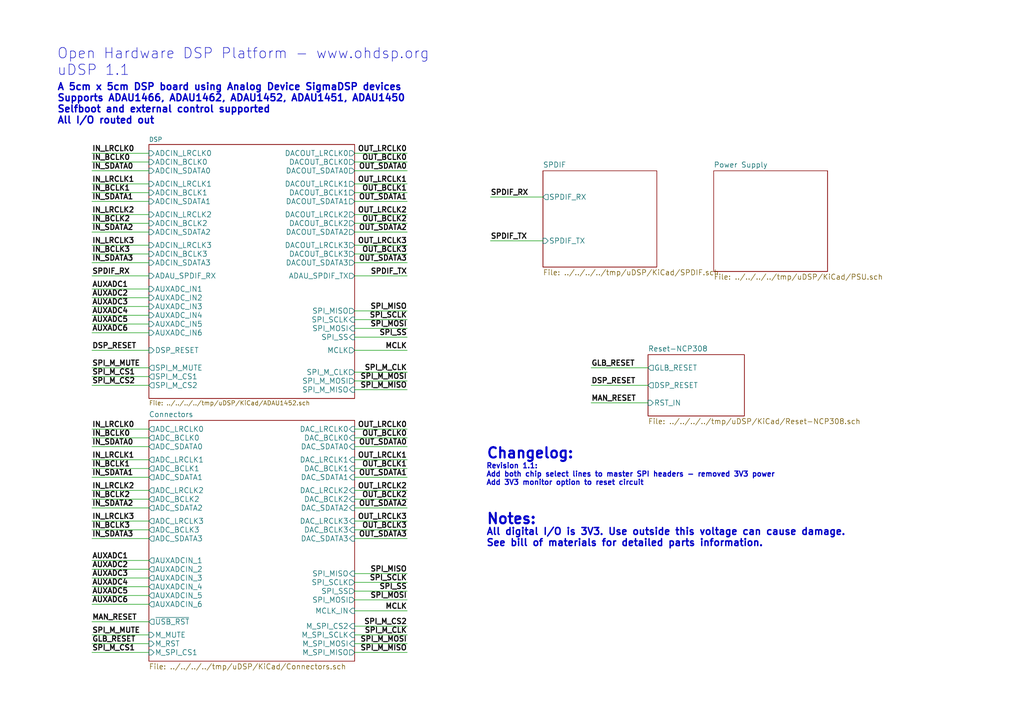
<source format=kicad_sch>
(kicad_sch (version 20230121) (generator eeschema)
  (paper "A4")
  (title_block (title "uDSP") (date "2019-04-02") (rev "1.1") (company "Open Hardware DSP Platform - www.ohdsp.org") (comment 1 "MERCHANTABILITY, SATISFACTORY QUALITY AND FITNESS FOR A PARTICULAR PURPOSE.") (comment 2 "is distributed WITHOUT ANY EXPRESS OR IMPLIED WARRANTY, INCLUDING OF") (comment 3 "Licensed under the TAPR Open Hardware License (www.tapr.org/OHL). This documentation") (comment 4 "Copyright Paul Janicki 2019"))
  (lib_symbols)
  (wire (pts (xy 102.87 142.24) (xy 118.11 142.24)))
  (wire (pts (xy 43.18 86.36) (xy 26.67 86.36)))
  (wire (pts (xy 118.11 135.89) (xy 102.87 135.89)))
  (wire (pts (xy 26.67 172.72) (xy 43.18 172.72)))
  (wire (pts (xy 118.11 46.99) (xy 102.87 46.99)))
  (wire (pts (xy 118.11 101.6) (xy 102.87 101.6)))
  (wire (pts (xy 26.67 76.2) (xy 43.18 76.2)))
  (wire (pts (xy 102.87 44.45) (xy 118.11 44.45)))
  (wire (pts (xy 118.11 184.15) (xy 102.87 184.15)))
  (wire (pts (xy 26.67 124.46) (xy 43.18 124.46)))
  (wire (pts (xy 43.18 111.76) (xy 26.67 111.76)))
  (wire (pts (xy 26.67 44.45) (xy 43.18 44.45)))
  (wire (pts (xy 118.11 73.66) (xy 102.87 73.66)))
  (wire (pts (xy 102.87 173.99) (xy 118.11 173.99)))
  (wire (pts (xy 43.18 96.52) (xy 26.67 96.52)))
  (wire (pts (xy 102.87 156.21) (xy 118.11 156.21)))
  (wire (pts (xy 102.87 53.34) (xy 118.11 53.34)))
  (wire (pts (xy 43.18 133.35) (xy 26.67 133.35)))
  (wire (pts (xy 102.87 186.69) (xy 118.11 186.69)))
  (wire (pts (xy 118.11 153.67) (xy 102.87 153.67)))
  (wire (pts (xy 26.67 49.53) (xy 43.18 49.53)))
  (wire (pts (xy 43.18 142.24) (xy 26.67 142.24)))
  (wire (pts (xy 43.18 189.23) (xy 26.67 189.23)))
  (wire (pts (xy 118.11 181.61) (xy 102.87 181.61)))
  (wire (pts (xy 43.18 53.34) (xy 26.67 53.34)))
  (wire (pts (xy 118.11 90.17) (xy 102.87 90.17)))
  (wire (pts (xy 118.11 166.37) (xy 102.87 166.37)))
  (wire (pts (xy 43.18 106.68) (xy 26.67 106.68)))
  (wire (pts (xy 26.67 83.82) (xy 43.18 83.82)))
  (wire (pts (xy 118.11 171.45) (xy 102.87 171.45)))
  (wire (pts (xy 102.87 168.91) (xy 118.11 168.91)))
  (wire (pts (xy 171.45 116.84) (xy 187.96 116.84)))
  (wire (pts (xy 43.18 101.6) (xy 26.67 101.6)))
  (wire (pts (xy 102.87 49.53) (xy 118.11 49.53)))
  (wire (pts (xy 43.18 46.99) (xy 26.67 46.99)))
  (wire (pts (xy 43.18 175.26) (xy 26.67 175.26)))
  (wire (pts (xy 157.48 57.15) (xy 142.24 57.15)))
  (wire (pts (xy 118.11 107.95) (xy 102.87 107.95)))
  (wire (pts (xy 43.18 170.18) (xy 26.67 170.18)))
  (wire (pts (xy 43.18 73.66) (xy 26.67 73.66)))
  (wire (pts (xy 102.87 76.2) (xy 118.11 76.2)))
  (wire (pts (xy 26.67 80.01) (xy 43.18 80.01)))
  (wire (pts (xy 118.11 127) (xy 102.87 127)))
  (wire (pts (xy 102.87 133.35) (xy 118.11 133.35)))
  (wire (pts (xy 43.18 58.42) (xy 26.67 58.42)))
  (wire (pts (xy 43.18 91.44) (xy 26.67 91.44)))
  (wire (pts (xy 171.45 106.68) (xy 187.96 106.68)))
  (wire (pts (xy 102.87 138.43) (xy 118.11 138.43)))
  (wire (pts (xy 102.87 147.32) (xy 118.11 147.32)))
  (wire (pts (xy 102.87 80.01) (xy 118.11 80.01)))
  (wire (pts (xy 102.87 124.46) (xy 118.11 124.46)))
  (wire (pts (xy 102.87 177.165) (xy 118.11 177.165)))
  (wire (pts (xy 43.18 147.32) (xy 26.67 147.32)))
  (wire (pts (xy 43.18 184.15) (xy 26.67 184.15)))
  (wire (pts (xy 43.18 138.43) (xy 26.67 138.43)))
  (wire (pts (xy 102.87 97.79) (xy 118.11 97.79)))
  (wire (pts (xy 26.67 55.88) (xy 43.18 55.88)))
  (wire (pts (xy 26.67 167.64) (xy 43.18 167.64)))
  (wire (pts (xy 118.11 55.88) (xy 102.87 55.88)))
  (wire (pts (xy 187.96 111.76) (xy 171.45 111.76)))
  (wire (pts (xy 102.87 151.13) (xy 118.11 151.13)))
  (wire (pts (xy 102.87 110.49) (xy 118.11 110.49)))
  (wire (pts (xy 102.87 92.71) (xy 118.11 92.71)))
  (wire (pts (xy 102.87 129.54) (xy 118.11 129.54)))
  (wire (pts (xy 118.11 144.78) (xy 102.87 144.78)))
  (wire (pts (xy 26.67 93.98) (xy 43.18 93.98)))
  (wire (pts (xy 43.18 165.1) (xy 26.67 165.1)))
  (wire (pts (xy 43.18 127) (xy 26.67 127)))
  (wire (pts (xy 118.11 189.23) (xy 102.87 189.23)))
  (wire (pts (xy 102.87 58.42) (xy 118.11 58.42)))
  (wire (pts (xy 118.11 64.77) (xy 102.87 64.77)))
  (wire (pts (xy 26.67 129.54) (xy 43.18 129.54)))
  (wire (pts (xy 26.67 151.13) (xy 43.18 151.13)))
  (wire (pts (xy 43.18 153.67) (xy 26.67 153.67)))
  (wire (pts (xy 43.18 67.31) (xy 26.67 67.31)))
  (wire (pts (xy 26.67 88.9) (xy 43.18 88.9)))
  (wire (pts (xy 43.18 62.23) (xy 26.67 62.23)))
  (wire (pts (xy 26.67 162.56) (xy 43.18 162.56)))
  (wire (pts (xy 26.67 186.69) (xy 43.18 186.69)))
  (wire (pts (xy 26.67 64.77) (xy 43.18 64.77)))
  (wire (pts (xy 26.67 144.78) (xy 43.18 144.78)))
  (wire (pts (xy 102.87 62.23) (xy 118.11 62.23)))
  (wire (pts (xy 26.67 180.34) (xy 43.18 180.34)))
  (wire (pts (xy 118.11 95.25) (xy 102.87 95.25)))
  (wire (pts (xy 26.67 135.89) (xy 43.18 135.89)))
  (wire (pts (xy 26.67 71.12) (xy 43.18 71.12)))
  (wire (pts (xy 102.87 71.12) (xy 118.11 71.12)))
  (wire (pts (xy 118.11 113.03) (xy 102.87 113.03)))
  (wire (pts (xy 43.18 109.22) (xy 26.67 109.22)))
  (wire (pts (xy 26.67 156.21) (xy 43.18 156.21)))
  (wire (pts (xy 142.24 69.85) (xy 157.48 69.85)))
  (wire (pts (xy 102.87 67.31) (xy 118.11 67.31)))
  (text "Revision 1.1:\nAdd both chip select lines to master SPI headers - removed 3V3 power\nAdd 3V3 monitor option to reset circuit" (at 140.97 140.97 0) (effects (font (size 1.4986 1.4986) (thickness 0.2997) bold) (justify left bottom)))
  (text "Notes:" (at 140.97 152.4 0) (effects (font (size 2.9972 2.9972) (thickness 0.5994) bold) (justify left bottom)))
  (text "Changelog:" (at 140.97 133.35 0) (effects (font (size 2.9972 2.9972) (thickness 0.5994) bold) (justify left bottom)))
  (text "Open Hardware DSP Platform - www.ohdsp.org\nuDSP 1.1" (at 16.51 22.225 0) (effects (font (size 2.9972 2.9972)) (justify left bottom)))
  (text "All digital I/O is 3V3. Use outside this voltage can cause damage.\nSee bill of materials for detailed parts information." (at 140.97 158.75 0) (effects (font (size 2.0066 2.0066) (thickness 0.4013) bold) (justify left bottom)))
  (text "A 5cm x 5cm DSP board using Analog Device SigmaDSP devices\nSupports ADAU1466, ADAU1462, ADAU1452, ADAU1451, ADAU1450\nSelfboot and external control supported\nAll I/O routed out" (at 16.51 36.195 0) (effects (font (size 2.0066 2.0066) (thickness 0.4013) bold) (justify left bottom)))
  (label "IN_LRCLK3" (at 26.67 151.13 0) (effects (font (size 1.524 1.524) (thickness 0.3048) bold)))
  (label "OUT_SDATA2" (at 118.11 147.32 180) (effects (font (size 1.524 1.524) (thickness 0.3048) bold)))
  (label "IN_BCLK3" (at 26.67 153.67 0) (effects (font (size 1.524 1.524) (thickness 0.3048) bold)))
  (label "AUXADC3" (at 26.67 88.9 0) (effects (font (size 1.524 1.524) (thickness 0.3048) bold)))
  (label "SPI_SS" (at 118.11 97.79 180) (effects (font (size 1.524 1.524) (thickness 0.3048) bold)))
  (label "MCLK" (at 118.11 177.165 180) (effects (font (size 1.524 1.524) (thickness 0.3048) bold)))
  (label "AUXADC5" (at 26.67 172.72 0) (effects (font (size 1.524 1.524) (thickness 0.3048) bold)))
  (label "SPI_M_MOSI" (at 118.11 110.49 180) (effects (font (size 1.524 1.524) (thickness 0.3048) bold)))
  (label "OUT_LRCLK1" (at 118.11 53.34 180) (effects (font (size 1.524 1.524) (thickness 0.3048) bold)))
  (label "AUXADC1" (at 26.67 162.56 0) (effects (font (size 1.524 1.524) (thickness 0.3048) bold)))
  (label "SPI_M_MUTE" (at 26.67 106.68 0) (effects (font (size 1.524 1.524) (thickness 0.3048) bold)))
  (label "OUT_LRCLK2" (at 118.11 142.24 180) (effects (font (size 1.524 1.524) (thickness 0.3048) bold)))
  (label "SPDIF_RX" (at 142.24 57.15 0) (effects (font (size 1.524 1.524) (thickness 0.3048) bold)))
  (label "SPI_SCLK" (at 118.11 168.91 180) (effects (font (size 1.524 1.524) (thickness 0.3048) bold)))
  (label "MAN_RESET" (at 171.45 116.84 0) (effects (font (size 1.524 1.524) (thickness 0.3048) bold)))
  (label "SPI_MISO" (at 118.11 90.17 180) (effects (font (size 1.524 1.524) (thickness 0.3048) bold)))
  (label "OUT_SDATA1" (at 118.11 58.42 180) (effects (font (size 1.524 1.524) (thickness 0.3048) bold)))
  (label "IN_SDATA3" (at 26.67 156.21 0) (effects (font (size 1.524 1.524) (thickness 0.3048) bold)))
  (label "IN_SDATA0" (at 26.67 129.54 0) (effects (font (size 1.524 1.524) (thickness 0.3048) bold)))
  (label "IN_BCLK3" (at 26.67 73.66 0) (effects (font (size 1.524 1.524) (thickness 0.3048) bold)))
  (label "SPI_MISO" (at 118.11 166.37 180) (effects (font (size 1.524 1.524) (thickness 0.3048) bold)))
  (label "SPI_M_MISO" (at 118.11 113.03 180) (effects (font (size 1.524 1.524) (thickness 0.3048) bold)))
  (label "AUXADC6" (at 26.67 175.26 0) (effects (font (size 1.524 1.524) (thickness 0.3048) bold)))
  (label "OUT_SDATA0" (at 118.11 129.54 180) (effects (font (size 1.524 1.524) (thickness 0.3048) bold)))
  (label "AUXADC4" (at 26.67 170.18 0) (effects (font (size 1.524 1.524) (thickness 0.3048) bold)))
  (label "OUT_LRCLK0" (at 118.11 44.45 180) (effects (font (size 1.524 1.524) (thickness 0.3048) bold)))
  (label "AUXADC1" (at 26.67 83.82 0) (effects (font (size 1.524 1.524) (thickness 0.3048) bold)))
  (label "SPI_M_CS2" (at 118.11 181.61 180) (effects (font (size 1.524 1.524) (thickness 0.3048) bold)))
  (label "IN_SDATA2" (at 26.67 147.32 0) (effects (font (size 1.524 1.524) (thickness 0.3048) bold)))
  (label "IN_BCLK2" (at 26.67 64.77 0) (effects (font (size 1.524 1.524) (thickness 0.3048) bold)))
  (label "IN_BCLK1" (at 26.67 135.89 0) (effects (font (size 1.524 1.524) (thickness 0.3048) bold)))
  (label "AUXADC4" (at 26.67 91.44 0) (effects (font (size 1.524 1.524) (thickness 0.3048) bold)))
  (label "SPI_M_MISO" (at 118.11 189.23 180) (effects (font (size 1.524 1.524) (thickness 0.3048) bold)))
  (label "IN_LRCLK0" (at 26.67 44.45 0) (effects (font (size 1.524 1.524) (thickness 0.3048) bold)))
  (label "SPI_M_CS2" (at 26.67 111.76 0) (effects (font (size 1.524 1.524) (thickness 0.3048) bold)))
  (label "OUT_LRCLK1" (at 118.11 133.35 180) (effects (font (size 1.524 1.524) (thickness 0.3048) bold)))
  (label "SPDIF_RX" (at 26.67 80.01 0) (effects (font (size 1.524 1.524) (thickness 0.3048) bold)))
  (label "IN_LRCLK2" (at 26.67 142.24 0) (effects (font (size 1.524 1.524) (thickness 0.3048) bold)))
  (label "IN_LRCLK1" (at 26.67 133.35 0) (effects (font (size 1.524 1.524) (thickness 0.3048) bold)))
  (label "AUXADC3" (at 26.67 167.64 0) (effects (font (size 1.524 1.524) (thickness 0.3048) bold)))
  (label "OUT_SDATA1" (at 118.11 138.43 180) (effects (font (size 1.524 1.524) (thickness 0.3048) bold)))
  (label "SPI_MOSI" (at 118.11 95.25 180) (effects (font (size 1.524 1.524) (thickness 0.3048) bold)))
  (label "MAN_RESET" (at 26.67 180.34 0) (effects (font (size 1.524 1.524) (thickness 0.3048) bold)))
  (label "IN_BCLK0" (at 26.67 46.99 0) (effects (font (size 1.524 1.524) (thickness 0.3048) bold)))
  (label "OUT_BCLK2" (at 118.11 64.77 180) (effects (font (size 1.524 1.524) (thickness 0.3048) bold)))
  (label "OUT_SDATA3" (at 118.11 76.2 180) (effects (font (size 1.524 1.524) (thickness 0.3048) bold)))
  (label "SPI_M_MOSI" (at 118.11 186.69 180) (effects (font (size 1.524 1.524) (thickness 0.3048) bold)))
  (label "OUT_BCLK0" (at 118.11 127 180) (effects (font (size 1.524 1.524) (thickness 0.3048) bold)))
  (label "OUT_LRCLK0" (at 118.11 124.46 180) (effects (font (size 1.524 1.524) (thickness 0.3048) bold)))
  (label "AUXADC2" (at 26.67 86.36 0) (effects (font (size 1.524 1.524) (thickness 0.3048) bold)))
  (label "IN_BCLK1" (at 26.67 55.88 0) (effects (font (size 1.524 1.524) (thickness 0.3048) bold)))
  (label "AUXADC2" (at 26.67 165.1 0) (effects (font (size 1.524 1.524) (thickness 0.3048) bold)))
  (label "OUT_BCLK0" (at 118.11 46.99 180) (effects (font (size 1.524 1.524) (thickness 0.3048) bold)))
  (label "SPI_M_CS1" (at 26.67 109.22 0) (effects (font (size 1.524 1.524) (thickness 0.3048) bold)))
  (label "SPI_M_CS1" (at 26.67 189.23 0) (effects (font (size 1.524 1.524) (thickness 0.3048) bold)))
  (label "OUT_LRCLK3" (at 118.11 151.13 180) (effects (font (size 1.524 1.524) (thickness 0.3048) bold)))
  (label "SPI_SCLK" (at 118.11 92.71 180) (effects (font (size 1.524 1.524) (thickness 0.3048) bold)))
  (label "IN_LRCLK3" (at 26.67 71.12 0) (effects (font (size 1.524 1.524) (thickness 0.3048) bold)))
  (label "SPDIF_TX" (at 118.11 80.01 180) (effects (font (size 1.524 1.524) (thickness 0.3048) bold)))
  (label "OUT_BCLK3" (at 118.11 73.66 180) (effects (font (size 1.524 1.524) (thickness 0.3048) bold)))
  (label "OUT_LRCLK3" (at 118.11 71.12 180) (effects (font (size 1.524 1.524) (thickness 0.3048) bold)))
  (label "SPI_M_MUTE" (at 26.67 184.15 0) (effects (font (size 1.524 1.524) (thickness 0.3048) bold)))
  (label "SPI_MOSI" (at 118.11 173.99 180) (effects (font (size 1.524 1.524) (thickness 0.3048) bold)))
  (label "GLB_RESET" (at 171.45 106.68 0) (effects (font (size 1.524 1.524) (thickness 0.3048) bold)))
  (label "OUT_BCLK1" (at 118.11 135.89 180) (effects (font (size 1.524 1.524) (thickness 0.3048) bold)))
  (label "IN_SDATA3" (at 26.67 76.2 0) (effects (font (size 1.524 1.524) (thickness 0.3048) bold)))
  (label "GLB_RESET" (at 26.67 186.69 0) (effects (font (size 1.524 1.524) (thickness 0.3048) bold)))
  (label "SPI_M_CLK" (at 118.11 184.15 180) (effects (font (size 1.524 1.524) (thickness 0.3048) bold)))
  (label "SPI_SS" (at 118.11 171.45 180) (effects (font (size 1.524 1.524) (thickness 0.3048) bold)))
  (label "IN_SDATA1" (at 26.67 138.43 0) (effects (font (size 1.524 1.524) (thickness 0.3048) bold)))
  (label "AUXADC5" (at 26.67 93.98 0) (effects (font (size 1.524 1.524) (thickness 0.3048) bold)))
  (label "IN_SDATA0" (at 26.67 49.53 0) (effects (font (size 1.524 1.524) (thickness 0.3048) bold)))
  (label "SPI_M_CLK" (at 118.11 107.95 180) (effects (font (size 1.524 1.524) (thickness 0.3048) bold)))
  (label "OUT_BCLK3" (at 118.11 153.67 180) (effects (font (size 1.524 1.524) (thickness 0.3048) bold)))
  (label "AUXADC6" (at 26.67 96.52 0) (effects (font (size 1.524 1.524) (thickness 0.3048) bold)))
  (label "OUT_BCLK1" (at 118.11 55.88 180) (effects (font (size 1.524 1.524) (thickness 0.3048) bold)))
  (label "IN_BCLK0" (at 26.67 127 0) (effects (font (size 1.524 1.524) (thickness 0.3048) bold)))
  (label "IN_LRCLK2" (at 26.67 62.23 0) (effects (font (size 1.524 1.524) (thickness 0.3048) bold)))
  (label "OUT_SDATA0" (at 118.11 49.53 180) (effects (font (size 1.524 1.524) (thickness 0.3048) bold)))
  (label "IN_LRCLK0" (at 26.67 124.46 0) (effects (font (size 1.524 1.524) (thickness 0.3048) bold)))
  (label "MCLK" (at 118.11 101.6 180) (effects (font (size 1.524 1.524) (thickness 0.3048) bold)))
  (label "DSP_RESET" (at 26.67 101.6 0) (effects (font (size 1.524 1.524) (thickness 0.3048) bold)))
  (label "OUT_BCLK2" (at 118.11 144.78 180) (effects (font (size 1.524 1.524) (thickness 0.3048) bold)))
  (label "IN_SDATA1" (at 26.67 58.42 0) (effects (font (size 1.524 1.524) (thickness 0.3048) bold)))
  (label "OUT_SDATA2" (at 118.11 67.31 180) (effects (font (size 1.524 1.524) (thickness 0.3048) bold)))
  (label "OUT_LRCLK2" (at 118.11 62.23 180) (effects (font (size 1.524 1.524) (thickness 0.3048) bold)))
  (label "SPDIF_TX" (at 142.24 69.85 0) (effects (font (size 1.524 1.524) (thickness 0.3048) bold)))
  (label "IN_SDATA2" (at 26.67 67.31 0) (effects (font (size 1.524 1.524) (thickness 0.3048) bold)))
  (label "DSP_RESET" (at 171.45 111.76 0) (effects (font (size 1.524 1.524) (thickness 0.3048) bold)))
  (label "IN_LRCLK1" (at 26.67 53.34 0) (effects (font (size 1.524 1.524) (thickness 0.3048) bold)))
  (label "OUT_SDATA3" (at 118.11 156.21 180) (effects (font (size 1.524 1.524) (thickness 0.3048) bold)))
  (label "IN_BCLK2" (at 26.67 144.78 0) (effects (font (size 1.524 1.524) (thickness 0.3048) bold)))
  (sheet (at 43.18 41.91) (size 59.69 73.66)
    (property "Sheetname" "DSP" (at 43.18 41.1984 0) (effects (justify left bottom)))
    (property "Sheetfile" "../../../../tmp/uDSP/KiCad/ADAU1452.sch" (at 43.18 116.1546 0) (effects (justify left top)))
    (pin "ADCIN_LRCLK0" input (at 43.18 44.45 180) (effects (font (size 1.524 1.524))))
    (pin "ADCIN_BCLK0" input (at 43.18 46.99 180) (effects (font (size 1.524 1.524))))
    (pin "ADCIN_SDATA0" input (at 43.18 49.53 180) (effects (font (size 1.524 1.524))))
    (pin "ADCIN_LRCLK1" input (at 43.18 53.34 180) (effects (font (size 1.524 1.524))))
    (pin "ADCIN_BCLK1" input (at 43.18 55.88 180) (effects (font (size 1.524 1.524))))
    (pin "ADCIN_SDATA1" input (at 43.18 58.42 180) (effects (font (size 1.524 1.524))))
    (pin "ADCIN_LRCLK2" input (at 43.18 62.23 180) (effects (font (size 1.524 1.524))))
    (pin "ADCIN_BCLK2" input (at 43.18 64.77 180) (effects (font (size 1.524 1.524))))
    (pin "ADCIN_SDATA2" input (at 43.18 67.31 180) (effects (font (size 1.524 1.524))))
    (pin "ADCIN_LRCLK3" input (at 43.18 71.12 180) (effects (font (size 1.524 1.524))))
    (pin "ADCIN_BCLK3" input (at 43.18 73.66 180) (effects (font (size 1.524 1.524))))
    (pin "ADCIN_SDATA3" input (at 43.18 76.2 180) (effects (font (size 1.524 1.524))))
    (pin "DACOUT_LRCLK0" output (at 102.87 44.45 0) (effects (font (size 1.524 1.524))))
    (pin "DACOUT_BCLK0" output (at 102.87 46.99 0) (effects (font (size 1.524 1.524))))
    (pin "DACOUT_SDATA0" output (at 102.87 49.53 0) (effects (font (size 1.524 1.524))))
    (pin "ADAU_SPDIF_RX" input (at 43.18 80.01 180) (effects (font (size 1.524 1.524))))
    (pin "ADAU_SPDIF_TX" output (at 102.87 80.01 0) (effects (font (size 1.524 1.524))))
    (pin "DACOUT_LRCLK1" output (at 102.87 53.34 0) (effects (font (size 1.524 1.524))))
    (pin "DACOUT_BCLK1" output (at 102.87 55.88 0) (effects (font (size 1.524 1.524))))
    (pin "DACOUT_SDATA1" output (at 102.87 58.42 0) (effects (font (size 1.524 1.524))))
    (pin "DACOUT_LRCLK2" output (at 102.87 62.23 0) (effects (font (size 1.524 1.524))))
    (pin "DACOUT_BCLK2" output (at 102.87 64.77 0) (effects (font (size 1.524 1.524))))
    (pin "DACOUT_SDATA2" output (at 102.87 67.31 0) (effects (font (size 1.524 1.524))))
    (pin "DACOUT_LRCLK3" output (at 102.87 71.12 0) (effects (font (size 1.524 1.524))))
    (pin "DACOUT_BCLK3" output (at 102.87 73.66 0) (effects (font (size 1.524 1.524))))
    (pin "DACOUT_SDATA3" output (at 102.87 76.2 0) (effects (font (size 1.524 1.524))))
    (pin "AUXADC_IN1" input (at 43.18 83.82 180) (effects (font (size 1.524 1.524))))
    (pin "AUXADC_IN2" input (at 43.18 86.36 180) (effects (font (size 1.524 1.524))))
    (pin "AUXADC_IN3" input (at 43.18 88.9 180) (effects (font (size 1.524 1.524))))
    (pin "AUXADC_IN4" input (at 43.18 91.44 180) (effects (font (size 1.524 1.524))))
    (pin "AUXADC_IN5" input (at 43.18 93.98 180) (effects (font (size 1.524 1.524))))
    (pin "AUXADC_IN6" input (at 43.18 96.52 180) (effects (font (size 1.524 1.524))))
    (pin "MCLK" output (at 102.87 101.6 0) (effects (font (size 1.524 1.524))))
    (pin "SPI_MISO" output (at 102.87 90.17 0) (effects (font (size 1.524 1.524))))
    (pin "SPI_SCLK" input (at 102.87 92.71 0) (effects (font (size 1.524 1.524))))
    (pin "SPI_MOSI" input (at 102.87 95.25 0) (effects (font (size 1.524 1.524))))
    (pin "SPI_SS" input (at 102.87 97.79 0) (effects (font (size 1.524 1.524))))
    (pin "SPI_M_CLK" output (at 102.87 107.95 0) (effects (font (size 1.524 1.524))))
    (pin "SPI_M_MISO" input (at 102.87 113.03 0) (effects (font (size 1.524 1.524))))
    (pin "SPI_M_MOSI" output (at 102.87 110.49 0) (effects (font (size 1.524 1.524))))
    (pin "SPI_M_MUTE" output (at 43.18 106.68 180) (effects (font (size 1.524 1.524))))
    (pin "DSP_RESET" input (at 43.18 101.6 180) (effects (font (size 1.524 1.524))))
    (pin "SPI_M_CS2" output (at 43.18 111.76 180) (effects (font (size 1.524 1.524))))
    (pin "SPI_M_CS1" output (at 43.18 109.22 180) (effects (font (size 1.524 1.524))))
  )
  (sheet (at 207.01 49.53) (size 33.02 29.21)
    (property "Sheetname" "Power Supply" (at 207.01 48.6914 0) (effects (font (size 1.524 1.524)) (justify left bottom)))
    (property "Sheetfile" "../../../../tmp/uDSP/KiCad/PSU.sch" (at 207.01 79.4262 0) (effects (font (size 1.524 1.524)) (justify left top)))
  )
  (sheet (at 157.48 49.53) (size 33.02 27.94)
    (property "Sheetname" "SPDIF" (at 157.48 48.6914 0) (effects (font (size 1.524 1.524)) (justify left bottom)))
    (property "Sheetfile" "../../../../tmp/uDSP/KiCad/SPDIF.sch" (at 157.48 78.1562 0) (effects (font (size 1.524 1.524)) (justify left top)))
    (pin "SPDIF_RX" output (at 157.48 57.15 180) (effects (font (size 1.524 1.524))))
    (pin "SPDIF_TX" input (at 157.48 69.85 180) (effects (font (size 1.524 1.524))))
  )
  (sheet (at 43.18 121.92) (size 59.69 69.85)
    (property "Sheetname" "Connectors" (at 43.18 121.0814 0) (effects (font (size 1.524 1.524)) (justify left bottom)))
    (property "Sheetfile" "../../../../tmp/uDSP/KiCad/Connectors.sch" (at 43.18 192.4562 0) (effects (font (size 1.524 1.524)) (justify left top)))
    (pin "ADC_LRCLK0" output (at 43.18 124.46 180) (effects (font (size 1.524 1.524))))
    (pin "ADC_BCLK0" output (at 43.18 127 180) (effects (font (size 1.524 1.524))))
    (pin "ADC_SDATA0" output (at 43.18 129.54 180) (effects (font (size 1.524 1.524))))
    (pin "DAC_LRCLK0" input (at 102.87 124.46 0) (effects (font (size 1.524 1.524))))
    (pin "DAC_BCLK0" input (at 102.87 127 0) (effects (font (size 1.524 1.524))))
    (pin "DAC_SDATA0" input (at 102.87 129.54 0) (effects (font (size 1.524 1.524))))
    (pin "AUXADCIN_1" output (at 43.18 162.56 180) (effects (font (size 1.524 1.524))))
    (pin "AUXADCIN_2" output (at 43.18 165.1 180) (effects (font (size 1.524 1.524))))
    (pin "AUXADCIN_3" output (at 43.18 167.64 180) (effects (font (size 1.524 1.524))))
    (pin "AUXADCIN_4" output (at 43.18 170.18 180) (effects (font (size 1.524 1.524))))
    (pin "AUXADCIN_5" output (at 43.18 172.72 180) (effects (font (size 1.524 1.524))))
    (pin "AUXADCIN_6" output (at 43.18 175.26 180) (effects (font (size 1.524 1.524))))
    (pin "ADC_LRCLK1" output (at 43.18 133.35 180) (effects (font (size 1.524 1.524))))
    (pin "ADC_BCLK1" output (at 43.18 135.89 180) (effects (font (size 1.524 1.524))))
    (pin "ADC_SDATA1" output (at 43.18 138.43 180) (effects (font (size 1.524 1.524))))
    (pin "ADC_LRCLK2" output (at 43.18 142.24 180) (effects (font (size 1.524 1.524))))
    (pin "ADC_BCLK2" output (at 43.18 144.78 180) (effects (font (size 1.524 1.524))))
    (pin "ADC_SDATA2" output (at 43.18 147.32 180) (effects (font (size 1.524 1.524))))
    (pin "ADC_LRCLK3" output (at 43.18 151.13 180) (effects (font (size 1.524 1.524))))
    (pin "ADC_BCLK3" output (at 43.18 153.67 180) (effects (font (size 1.524 1.524))))
    (pin "ADC_SDATA3" output (at 43.18 156.21 180) (effects (font (size 1.524 1.524))))
    (pin "DAC_LRCLK1" input (at 102.87 133.35 0) (effects (font (size 1.524 1.524))))
    (pin "DAC_BCLK1" input (at 102.87 135.89 0) (effects (font (size 1.524 1.524))))
    (pin "DAC_SDATA1" input (at 102.87 138.43 0) (effects (font (size 1.524 1.524))))
    (pin "DAC_LRCLK2" input (at 102.87 142.24 0) (effects (font (size 1.524 1.524))))
    (pin "DAC_BCLK2" input (at 102.87 144.78 0) (effects (font (size 1.524 1.524))))
    (pin "DAC_SDATA2" input (at 102.87 147.32 0) (effects (font (size 1.524 1.524))))
    (pin "DAC_LRCLK3" input (at 102.87 151.13 0) (effects (font (size 1.524 1.524))))
    (pin "DAC_BCLK3" input (at 102.87 153.67 0) (effects (font (size 1.524 1.524))))
    (pin "DAC_SDATA3" input (at 102.87 156.21 0) (effects (font (size 1.524 1.524))))
    (pin "~{USB_RST}" output (at 43.18 180.34 180) (effects (font (size 1.524 1.524))))
    (pin "MCLK_IN" input (at 102.87 177.165 0) (effects (font (size 1.524 1.524))))
    (pin "SPI_MISO" input (at 102.87 166.37 0) (effects (font (size 1.524 1.524))))
    (pin "SPI_SCLK" output (at 102.87 168.91 0) (effects (font (size 1.524 1.524))))
    (pin "SPI_SS" output (at 102.87 171.45 0) (effects (font (size 1.524 1.524))))
    (pin "SPI_MOSI" output (at 102.87 173.99 0) (effects (font (size 1.524 1.524))))
    (pin "M_SPI_MISO" output (at 102.87 189.23 0) (effects (font (size 1.524 1.524))))
    (pin "M_SPI_SCLK" input (at 102.87 184.15 0) (effects (font (size 1.524 1.524))))
    (pin "M_SPI_MOSI" input (at 102.87 186.69 0) (effects (font (size 1.524 1.524))))
    (pin "M_MUTE" input (at 43.18 184.15 180) (effects (font (size 1.524 1.524))))
    (pin "M_RST" input (at 43.18 186.69 180) (effects (font (size 1.524 1.524))))
    (pin "M_SPI_CS1" input (at 43.18 189.23 180) (effects (font (size 1.524 1.524))))
    (pin "M_SPI_CS2" input (at 102.87 181.61 0) (effects (font (size 1.524 1.524))))
  )
  (sheet (at 187.96 102.87) (size 27.94 17.78)
    (property "Sheetname" "Reset-NCP308" (at 187.96 102.0314 0) (effects (font (size 1.524 1.524)) (justify left bottom)))
    (property "Sheetfile" "../../../../tmp/uDSP/KiCad/Reset-NCP308.sch" (at 187.96 121.3362 0) (effects (font (size 1.524 1.524)) (justify left top)))
    (pin "GLB_RESET" output (at 187.96 106.68 180) (effects (font (size 1.524 1.524))))
    (pin "RST_IN" input (at 187.96 116.84 180) (effects (font (size 1.524 1.524))))
    (pin "DSP_RESET" output (at 187.96 111.76 180) (effects (font (size 1.524 1.524))))
  )
)
</source>
